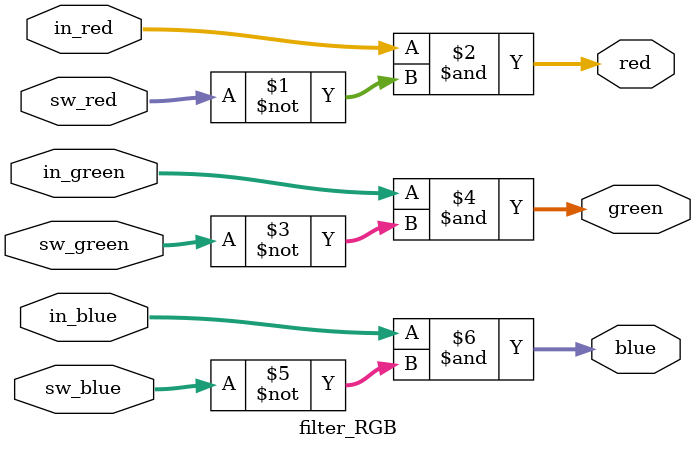
<source format=sv>
`timescale 1ns / 1ps


module filter_RGB(
    input  logic [3:0] in_red,
    input  logic [3:0] in_green,
    input  logic [3:0] in_blue,
    input  logic [3:0] sw_red,
    input  logic [3:0] sw_green,
    input  logic [3:0] sw_blue,
    output logic [3:0] red,
    output logic [3:0] green,
    output logic [3:0] blue
    );

    assign red = in_red & ~sw_red;
    assign green = in_green & ~sw_green;
    assign blue = in_blue & ~sw_blue;
endmodule

</source>
